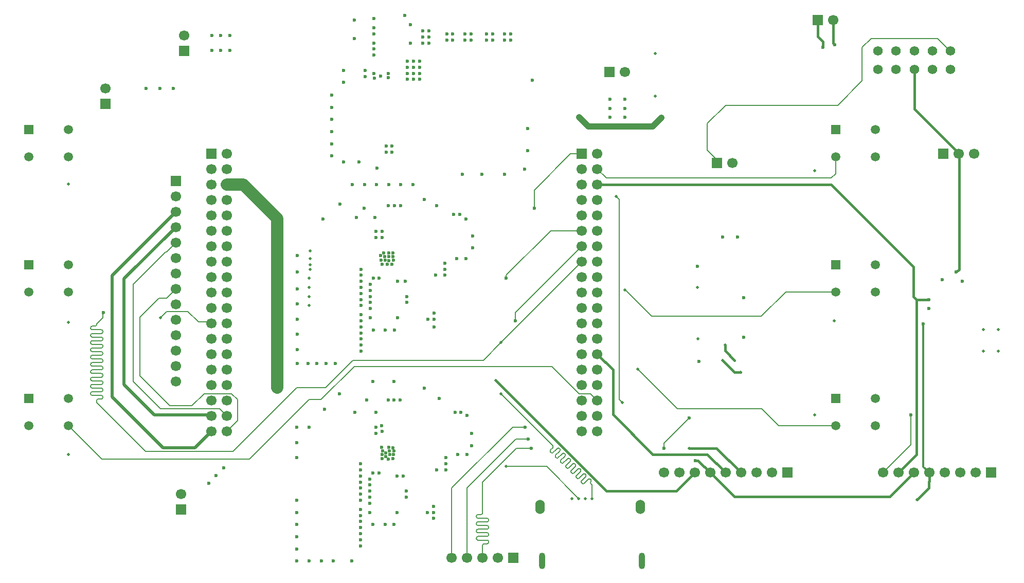
<source format=gbr>
%TF.GenerationSoftware,KiCad,Pcbnew,9.0.7*%
%TF.CreationDate,2026-02-03T01:52:57-04:00*%
%TF.ProjectId,power regulation,706f7765-7220-4726-9567-756c6174696f,1*%
%TF.SameCoordinates,Original*%
%TF.FileFunction,Copper,L4,Bot*%
%TF.FilePolarity,Positive*%
%FSLAX46Y46*%
G04 Gerber Fmt 4.6, Leading zero omitted, Abs format (unit mm)*
G04 Created by KiCad (PCBNEW 9.0.7) date 2026-02-03 01:52:57*
%MOMM*%
%LPD*%
G01*
G04 APERTURE LIST*
%TA.AperFunction,ComponentPad*%
%ADD10R,1.700000X1.700000*%
%TD*%
%TA.AperFunction,ComponentPad*%
%ADD11C,1.700000*%
%TD*%
%TA.AperFunction,ComponentPad*%
%ADD12R,1.508000X1.508000*%
%TD*%
%TA.AperFunction,ComponentPad*%
%ADD13C,1.508000*%
%TD*%
%TA.AperFunction,ComponentPad*%
%ADD14O,1.550000X2.350000*%
%TD*%
%TA.AperFunction,ComponentPad*%
%ADD15O,1.050000X2.700000*%
%TD*%
%TA.AperFunction,ComponentPad*%
%ADD16C,1.574800*%
%TD*%
%TA.AperFunction,ViaPad*%
%ADD17C,0.600000*%
%TD*%
%TA.AperFunction,ViaPad*%
%ADD18C,0.500000*%
%TD*%
%TA.AperFunction,Conductor*%
%ADD19C,2.000000*%
%TD*%
%TA.AperFunction,Conductor*%
%ADD20C,0.400000*%
%TD*%
%TA.AperFunction,Conductor*%
%ADD21C,0.200000*%
%TD*%
%TA.AperFunction,Conductor*%
%ADD22C,0.300000*%
%TD*%
%TA.AperFunction,Conductor*%
%ADD23C,1.000000*%
%TD*%
%TA.AperFunction,Conductor*%
%ADD24C,0.500000*%
%TD*%
G04 APERTURE END LIST*
D10*
%TO.P,STM_CN10,1*%
%TO.N,WAKE*%
X163862500Y-68500000D03*
D11*
%TO.P,STM_CN10,2*%
%TO.N,SD_CS*%
X166402500Y-68500000D03*
%TO.P,STM_CN10,3*%
%TO.N,N/C*%
X163862500Y-71040000D03*
%TO.P,STM_CN10,4*%
%TO.N,B4*%
X166402500Y-71040000D03*
%TO.P,STM_CN10,5*%
%TO.N,N/C*%
X163862500Y-73580000D03*
%TO.P,STM_CN10,6*%
%TO.N,RTD_CS*%
X166402500Y-73580000D03*
%TO.P,STM_CN10,7*%
%TO.N,N/C*%
X163862500Y-76120000D03*
%TO.P,STM_CN10,8*%
X166402500Y-76120000D03*
%TO.P,STM_CN10,9*%
%TO.N,GND*%
X163862500Y-78660000D03*
%TO.P,STM_CN10,10*%
%TO.N,N/C*%
X166402500Y-78660000D03*
%TO.P,STM_CN10,11*%
%TO.N,DISPL_SCK*%
X163862500Y-81200000D03*
%TO.P,STM_CN10,12*%
%TO.N,N/C*%
X166402500Y-81200000D03*
%TO.P,STM_CN10,13*%
%TO.N,TOUCH_MISO*%
X163862500Y-83740000D03*
%TO.P,STM_CN10,14*%
%TO.N,N/C*%
X166402500Y-83740000D03*
%TO.P,STM_CN10,15*%
%TO.N,DISPL_MOSI*%
X163862500Y-86280000D03*
%TO.P,STM_CN10,16*%
%TO.N,B5*%
X166402500Y-86280000D03*
%TO.P,STM_CN10,17*%
%TO.N,N/C*%
X163862500Y-88820000D03*
%TO.P,STM_CN10,18*%
X166402500Y-88820000D03*
%TO.P,STM_CN10,19*%
%TO.N,EXCIT2*%
X163862500Y-91360000D03*
%TO.P,STM_CN10,20*%
%TO.N,GND*%
X166402500Y-91360000D03*
%TO.P,STM_CN10,21*%
%TO.N,TX*%
X163862500Y-93900000D03*
%TO.P,STM_CN10,22*%
%TO.N,EXCIT1*%
X166402500Y-93900000D03*
%TO.P,STM_CN10,23*%
%TO.N,B6*%
X163862500Y-96440000D03*
%TO.P,STM_CN10,24*%
%TO.N,N/C*%
X166402500Y-96440000D03*
%TO.P,STM_CN10,25*%
X163862500Y-98980000D03*
%TO.P,STM_CN10,26*%
%TO.N,MAX_SDI*%
X166402500Y-98980000D03*
%TO.P,STM_CN10,27*%
%TO.N,N/C*%
X163862500Y-101520000D03*
%TO.P,STM_CN10,28*%
%TO.N,MAX_SDO*%
X166402500Y-101520000D03*
%TO.P,STM_CN10,29*%
%TO.N,N/C*%
X163862500Y-104060000D03*
%TO.P,STM_CN10,30*%
%TO.N,MAX_SCK*%
X166402500Y-104060000D03*
%TO.P,STM_CN10,31*%
%TO.N,N/C*%
X163862500Y-106600000D03*
%TO.P,STM_CN10,32*%
X166402500Y-106600000D03*
%TO.P,STM_CN10,33*%
%TO.N,RX*%
X163862500Y-109140000D03*
%TO.P,STM_CN10,34*%
%TO.N,B3*%
X166402500Y-109140000D03*
%TO.P,STM_CN10,35*%
%TO.N,N/C*%
X163862500Y-111680000D03*
%TO.P,STM_CN10,36*%
X166402500Y-111680000D03*
%TO.P,STM_CN10,37*%
X163862500Y-114220000D03*
%TO.P,STM_CN10,38*%
X166402500Y-114220000D03*
%TD*%
D10*
%TO.P,J1,1,Pin_1*%
%TO.N,/8V*%
X168412500Y-55000000D03*
D11*
%TO.P,J1,2,Pin_2*%
%TO.N,GND*%
X170952500Y-55000000D03*
%TD*%
D10*
%TO.P,+ Ref_Res -,1*%
%TO.N,HeaterPre*%
X202725000Y-46500000D03*
D11*
%TO.P,+ Ref_Res -,2*%
%TO.N,Heater+*%
X205265000Y-46500000D03*
%TD*%
D12*
%TO.P,PB-5,1*%
%TO.N,GND*%
X205662500Y-86750000D03*
D13*
%TO.P,PB-5,2*%
%TO.N,N/C*%
X212162500Y-86750000D03*
%TO.P,PB-5,3*%
%TO.N,B5*%
X205662500Y-91250000D03*
%TO.P,PB-5,4*%
%TO.N,N/C*%
X212162500Y-91250000D03*
%TD*%
D10*
%TO.P,RTD,1*%
%TO.N,RTD-*%
X223332500Y-68500000D03*
D11*
%TO.P,RTD,2*%
%TO.N,RTDSens*%
X225872500Y-68500000D03*
%TO.P,RTD,3*%
%TO.N,RTD+*%
X228412500Y-68500000D03*
%TD*%
D12*
%TO.P,PB-4,1*%
%TO.N,GND*%
X205662500Y-64500000D03*
D13*
%TO.P,PB-4,2*%
%TO.N,N/C*%
X212162500Y-64500000D03*
%TO.P,PB-4,3*%
%TO.N,B4*%
X205662500Y-69000000D03*
%TO.P,PB-4,4*%
%TO.N,N/C*%
X212162500Y-69000000D03*
%TD*%
D10*
%TO.P,MAX31856,1*%
%TO.N,/3.3V*%
X197660000Y-121000000D03*
D11*
%TO.P,MAX31856,2*%
%TO.N,N/C*%
X195120000Y-121000000D03*
%TO.P,MAX31856,3*%
%TO.N,GND*%
X192580000Y-121000000D03*
%TO.P,MAX31856,4*%
%TO.N,MAX_SCK*%
X190040000Y-121000000D03*
%TO.P,MAX31856,5*%
%TO.N,MAX_SDO*%
X187500000Y-121000000D03*
%TO.P,MAX31856,6*%
%TO.N,MAX_SDI*%
X184960000Y-121000000D03*
%TO.P,MAX31856,7*%
%TO.N,Therm_CS*%
X182420000Y-121000000D03*
%TO.P,MAX31856,8*%
%TO.N,N/C*%
X179880000Y-121000000D03*
%TO.P,MAX31856,9*%
%TO.N,thermDRDY*%
X177340000Y-121000000D03*
%TD*%
D12*
%TO.P,PB-6,1*%
%TO.N,GND*%
X205662500Y-108750000D03*
D13*
%TO.P,PB-6,2*%
%TO.N,N/C*%
X212162500Y-108750000D03*
%TO.P,PB-6,3*%
%TO.N,B6*%
X205662500Y-113250000D03*
%TO.P,PB-6,4*%
%TO.N,N/C*%
X212162500Y-113250000D03*
%TD*%
D14*
%TO.P,SD_Reader,G1*%
%TO.N,GND*%
X157000000Y-126650000D03*
%TO.P,SD_Reader,G2*%
X173450000Y-126650000D03*
D15*
%TO.P,SD_Reader,G3*%
X157300000Y-135550000D03*
%TO.P,SD_Reader,G4*%
X173700000Y-135550000D03*
%TD*%
D12*
%TO.P,PB-3,1*%
%TO.N,N/C*%
X72837500Y-108750000D03*
D13*
%TO.P,PB-3,2*%
%TO.N,GND*%
X79337500Y-108750000D03*
%TO.P,PB-3,3*%
%TO.N,N/C*%
X72837500Y-113250000D03*
%TO.P,PB-3,4*%
%TO.N,B3*%
X79337500Y-113250000D03*
%TD*%
D10*
%TO.P,J3,1,Pin_1*%
%TO.N,/3.3V*%
X85385000Y-60275000D03*
D11*
%TO.P,J3,2,Pin_2*%
%TO.N,GND*%
X85385000Y-57735000D03*
%TD*%
D10*
%TO.P,TFT_DISPLAY_Pinout,1*%
%TO.N,/3.3V*%
X97000000Y-72960000D03*
D11*
%TO.P,TFT_DISPLAY_Pinout,2*%
%TO.N,GND*%
X97000000Y-75500000D03*
%TO.P,TFT_DISPLAY_Pinout,3*%
%TO.N,DISPL_CS*%
X97000000Y-78040000D03*
%TO.P,TFT_DISPLAY_Pinout,4*%
%TO.N,DISPL_RST*%
X97000000Y-80580000D03*
%TO.P,TFT_DISPLAY_Pinout,5*%
%TO.N,DISPL_DC*%
X97000000Y-83120000D03*
%TO.P,TFT_DISPLAY_Pinout,6*%
%TO.N,DISPL_MOSI*%
X97000000Y-85660000D03*
%TO.P,TFT_DISPLAY_Pinout,7*%
%TO.N,DISPL_SCK*%
X97000000Y-88200000D03*
%TO.P,TFT_DISPLAY_Pinout,8*%
%TO.N,DISPL_LED*%
X97000000Y-90740000D03*
%TO.P,TFT_DISPLAY_Pinout,9*%
%TO.N,N/C*%
X97000000Y-93280000D03*
%TO.P,TFT_DISPLAY_Pinout,10*%
%TO.N,DISPL_SCK*%
X97000000Y-95820000D03*
%TO.P,TFT_DISPLAY_Pinout,11*%
%TO.N,N/C*%
X97000000Y-98360000D03*
%TO.P,TFT_DISPLAY_Pinout,12*%
X97000000Y-100900000D03*
%TO.P,TFT_DISPLAY_Pinout,13*%
%TO.N,TOUCH_MISO*%
X97000000Y-103440000D03*
%TO.P,TFT_DISPLAY_Pinout,14*%
%TO.N,N/C*%
X97000000Y-105980000D03*
%TD*%
D10*
%TO.P,MAX31865,1*%
%TO.N,/3.3V*%
X231200000Y-121000000D03*
D11*
%TO.P,MAX31865,2*%
%TO.N,GND*%
X228660000Y-121000000D03*
%TO.P,MAX31865,3*%
%TO.N,N/C*%
X226120000Y-121000000D03*
%TO.P,MAX31865,4*%
%TO.N,MAX_SCK*%
X223580000Y-121000000D03*
%TO.P,MAX31865,5*%
%TO.N,MAX_SDO*%
X221040000Y-121000000D03*
%TO.P,MAX31865,6*%
%TO.N,MAX_SDI*%
X218500000Y-121000000D03*
%TO.P,MAX31865,7*%
%TO.N,RTD_CS*%
X215960000Y-121000000D03*
%TO.P,MAX31865,8*%
%TO.N,RTDDRDY*%
X213420000Y-121000000D03*
%TD*%
D10*
%TO.P,J2,1,Pin_1*%
%TO.N,/5V*%
X97912500Y-127040000D03*
D11*
%TO.P,J2,2,Pin_2*%
%TO.N,GND*%
X97912500Y-124500000D03*
%TD*%
D12*
%TO.P,PB-1,1*%
%TO.N,N/C*%
X72837500Y-64500000D03*
D13*
%TO.P,PB-1,2*%
%TO.N,GND*%
X79337500Y-64500000D03*
%TO.P,PB-1,3*%
%TO.N,N/C*%
X72837500Y-69000000D03*
%TO.P,PB-1,4*%
%TO.N,B1*%
X79337500Y-69000000D03*
%TD*%
D16*
%TO.P,Connector,1*%
%TO.N,Heater+*%
X212572902Y-51564301D03*
%TO.P,Connector,2*%
%TO.N,GND*%
X215572901Y-51564301D03*
%TO.P,Connector,3*%
%TO.N,Thermocouple-*%
X218572900Y-51564301D03*
%TO.P,Connector,4*%
%TO.N,N/C*%
X221572899Y-51564301D03*
%TO.P,Connector,5*%
%TO.N,Thermocouple+*%
X224572898Y-51564301D03*
%TO.P,Connector,6*%
%TO.N,RTD-*%
X212572902Y-54564300D03*
%TO.P,Connector,7*%
%TO.N,RTD+*%
X215572901Y-54564300D03*
%TO.P,Connector,8*%
%TO.N,RTDSens*%
X218572900Y-54564300D03*
%TO.P,Connector,9*%
%TO.N,GND*%
X221572899Y-54564300D03*
%TO.P,Connector,10*%
%TO.N,N/C*%
X224572898Y-54564300D03*
%TD*%
D10*
%TO.P,GPS_Pinout,1*%
%TO.N,/3.3V*%
X152580000Y-135000000D03*
D11*
%TO.P,GPS_Pinout,2*%
%TO.N,GND*%
X150040000Y-135000000D03*
%TO.P,GPS_Pinout,3*%
%TO.N,RX*%
X147500000Y-135000000D03*
%TO.P,GPS_Pinout,4*%
%TO.N,TX*%
X144960000Y-135000000D03*
%TO.P,GPS_Pinout,5*%
%TO.N,WAKE*%
X142420000Y-135000000D03*
%TD*%
D10*
%TO.P,Thermocouple,1*%
%TO.N,Thermocouple+*%
X186087500Y-70000000D03*
D11*
%TO.P,Thermocouple,2*%
%TO.N,Thermocouple-*%
X188627500Y-70000000D03*
%TD*%
D12*
%TO.P,PB-2,1*%
%TO.N,N/C*%
X72837500Y-86750000D03*
D13*
%TO.P,PB-2,2*%
%TO.N,GND*%
X79337500Y-86750000D03*
%TO.P,PB-2,3*%
%TO.N,N/C*%
X72837500Y-91250000D03*
%TO.P,PB-2,4*%
%TO.N,B2*%
X79337500Y-91250000D03*
%TD*%
D10*
%TO.P,J1,1,Pin_1*%
%TO.N,/Pin*%
X98412500Y-51540000D03*
D11*
%TO.P,J1,2,Pin_2*%
%TO.N,GND*%
X98412500Y-49000000D03*
%TD*%
D10*
%TO.P,STM_CN7,1*%
%TO.N,N/C*%
X102862500Y-68500000D03*
D11*
%TO.P,STM_CN7,2*%
X105402500Y-68500000D03*
%TO.P,STM_CN7,3*%
X102862500Y-71040000D03*
%TO.P,STM_CN7,4*%
%TO.N,B1*%
X105402500Y-71040000D03*
%TO.P,STM_CN7,5*%
%TO.N,N/C*%
X102862500Y-73580000D03*
%TO.P,STM_CN7,6*%
%TO.N,/5V*%
X105402500Y-73580000D03*
%TO.P,STM_CN7,7*%
%TO.N,N/C*%
X102862500Y-76120000D03*
%TO.P,STM_CN7,8*%
X105402500Y-76120000D03*
%TO.P,STM_CN7,9*%
X102862500Y-78660000D03*
%TO.P,STM_CN7,10*%
X105402500Y-78660000D03*
%TO.P,STM_CN7,11*%
X102862500Y-81200000D03*
%TO.P,STM_CN7,12*%
X105402500Y-81200000D03*
%TO.P,STM_CN7,13*%
X102862500Y-83740000D03*
%TO.P,STM_CN7,14*%
X105402500Y-83740000D03*
%TO.P,STM_CN7,15*%
X102862500Y-86280000D03*
%TO.P,STM_CN7,16*%
X105402500Y-86280000D03*
%TO.P,STM_CN7,17*%
X102862500Y-88820000D03*
%TO.P,STM_CN7,18*%
X105402500Y-88820000D03*
%TO.P,STM_CN7,19*%
X102862500Y-91360000D03*
%TO.P,STM_CN7,20*%
X105402500Y-91360000D03*
%TO.P,STM_CN7,21*%
X102862500Y-93900000D03*
%TO.P,STM_CN7,22*%
%TO.N,GND*%
X105402500Y-93900000D03*
%TO.P,STM_CN7,23*%
%TO.N,B2*%
X102862500Y-96440000D03*
%TO.P,STM_CN7,24*%
%TO.N,N/C*%
X105402500Y-96440000D03*
%TO.P,STM_CN7,25*%
X102862500Y-98980000D03*
%TO.P,STM_CN7,26*%
X105402500Y-98980000D03*
%TO.P,STM_CN7,27*%
X102862500Y-101520000D03*
%TO.P,STM_CN7,28*%
X105402500Y-101520000D03*
%TO.P,STM_CN7,29*%
X102862500Y-104060000D03*
%TO.P,STM_CN7,30*%
X105402500Y-104060000D03*
%TO.P,STM_CN7,31*%
X102862500Y-106600000D03*
%TO.P,STM_CN7,32*%
%TO.N,Therm_CS*%
X105402500Y-106600000D03*
%TO.P,STM_CN7,33*%
%TO.N,N/C*%
X102862500Y-109140000D03*
%TO.P,STM_CN7,34*%
X105402500Y-109140000D03*
%TO.P,STM_CN7,35*%
%TO.N,DISPL_RST*%
X102862500Y-111680000D03*
%TO.P,STM_CN7,36*%
%TO.N,DISPL_DC*%
X105402500Y-111680000D03*
%TO.P,STM_CN7,37*%
%TO.N,DISPL_CS*%
X102862500Y-114220000D03*
%TO.P,STM_CN7,38*%
%TO.N,DISPL_LED*%
X105402500Y-114220000D03*
%TD*%
D17*
%TO.N,GND*%
X120959500Y-135557500D03*
X123959500Y-108057500D03*
X132061226Y-85459968D03*
X127500000Y-97000000D03*
X126412500Y-49500000D03*
X132167190Y-117446624D03*
X127500000Y-88500000D03*
X132000000Y-77000000D03*
X129662500Y-55250000D03*
X155662500Y-56355000D03*
X137162500Y-56250000D03*
X102912500Y-49000000D03*
X141615500Y-49750000D03*
X117000000Y-100750000D03*
X130747633Y-85246027D03*
X148162500Y-48750000D03*
X139500000Y-97000000D03*
X149162500Y-48750000D03*
X126412500Y-46500000D03*
X132957606Y-117442802D03*
X116959500Y-129557500D03*
X104912500Y-120250000D03*
X128063000Y-73605000D03*
X145912500Y-84000000D03*
X132615500Y-67250000D03*
X127459500Y-123557500D03*
X223200000Y-89227050D03*
X187012500Y-82230000D03*
X116959500Y-125557500D03*
X127500000Y-98000000D03*
X130162500Y-70855000D03*
X126750000Y-79000000D03*
X133000000Y-77000000D03*
X96635000Y-57735000D03*
X139797000Y-88500000D03*
X148162500Y-49750000D03*
X145709500Y-116562500D03*
X127459500Y-129057500D03*
X135162500Y-55250000D03*
X135000000Y-93000000D03*
X154912500Y-68000000D03*
X127459500Y-122557500D03*
X142750000Y-78500000D03*
X130952355Y-86704946D03*
X127459500Y-120557500D03*
X189512500Y-82230000D03*
X134959500Y-125057500D03*
X130918209Y-116840815D03*
X136162500Y-54250000D03*
X137912500Y-76000000D03*
X127500000Y-92500000D03*
X139959500Y-120557500D03*
X129736680Y-56005963D03*
X127459500Y-132057500D03*
X116959500Y-118557500D03*
X138662500Y-49250000D03*
X145615500Y-48750000D03*
X144959500Y-111557500D03*
X124000000Y-76750000D03*
X131500000Y-86000000D03*
X131038303Y-117451962D03*
X143750000Y-78500000D03*
X136162500Y-55250000D03*
X92135000Y-57735000D03*
X117000000Y-98250000D03*
X226500000Y-89500000D03*
X130709499Y-55697800D03*
X138662500Y-48250000D03*
X132062500Y-84815462D03*
X132217897Y-118028415D03*
X118959500Y-135557500D03*
X134000000Y-77000000D03*
X135662500Y-50250000D03*
X170952500Y-62500000D03*
X129959500Y-111057500D03*
X143959500Y-111057500D03*
X116959500Y-127557500D03*
X132747517Y-85419134D03*
X133500000Y-95500000D03*
X137662500Y-49250000D03*
X136063000Y-73605000D03*
X127459500Y-121557500D03*
X127500000Y-90500000D03*
X144162500Y-71855000D03*
X116959500Y-135557500D03*
X132959500Y-109057500D03*
D18*
X175912500Y-59000000D03*
D17*
X136162500Y-53250000D03*
X127459500Y-128057500D03*
X151162500Y-48750000D03*
X134063000Y-73605000D03*
X142959500Y-111057500D03*
X138500000Y-95750000D03*
X127500000Y-95000000D03*
X151162500Y-49750000D03*
X147412500Y-71855000D03*
X133459500Y-127557500D03*
X144750000Y-85750000D03*
X131500000Y-97500000D03*
X128162500Y-55750000D03*
X152162500Y-48750000D03*
X132823706Y-118039090D03*
X141615500Y-48750000D03*
X132912500Y-106000000D03*
X221000000Y-94000000D03*
X132081242Y-86064443D03*
X103662500Y-121500000D03*
X132012000Y-56000000D03*
X131615500Y-67250000D03*
X133459500Y-121557500D03*
X116959500Y-116057500D03*
X122662500Y-58855000D03*
X118959500Y-113557500D03*
X132797800Y-86027145D03*
X137162500Y-53250000D03*
X135162500Y-53250000D03*
X143459500Y-118057500D03*
X127162500Y-69855000D03*
X137662500Y-50250000D03*
X127459500Y-127057500D03*
X124662500Y-56750000D03*
X131951020Y-118778337D03*
X131849059Y-86660912D03*
X127459500Y-119557500D03*
X190512500Y-98730000D03*
X129459500Y-129557500D03*
X132794350Y-118719624D03*
X132012000Y-55250000D03*
X123250000Y-103000000D03*
X141459500Y-120557500D03*
X144750000Y-79250000D03*
X105912500Y-49000000D03*
X139912500Y-77000000D03*
X117000000Y-93250000D03*
X170952500Y-59500000D03*
X131598744Y-117766876D03*
X145912500Y-82000000D03*
X131615500Y-68250000D03*
X127500000Y-89500000D03*
X134459500Y-121557500D03*
X117000000Y-85250000D03*
X130959500Y-118057500D03*
X144615500Y-49750000D03*
X130820251Y-86020408D03*
X130063000Y-73605000D03*
X141297000Y-88500000D03*
X133500000Y-89500000D03*
X132079121Y-116870171D03*
X132063000Y-73605000D03*
X136162500Y-56250000D03*
X121459500Y-110557500D03*
X127459500Y-124557500D03*
X122662500Y-60855000D03*
X127500000Y-101000000D03*
X128162500Y-54750000D03*
X132727631Y-116918209D03*
X127459500Y-125557500D03*
X139500000Y-95750000D03*
X128000000Y-77500000D03*
X140412500Y-108750000D03*
X127500000Y-100000000D03*
X134662500Y-45750000D03*
X124662500Y-54750000D03*
X117000000Y-103000000D03*
X145709500Y-114562500D03*
X144615500Y-48750000D03*
X122959500Y-135557500D03*
X131459500Y-129557500D03*
X133959500Y-109057500D03*
X122662500Y-62855000D03*
X134750000Y-89500000D03*
X94385000Y-57735000D03*
X132615500Y-68250000D03*
X144959500Y-118057500D03*
X137959500Y-107057500D03*
X143250000Y-85750000D03*
X126063000Y-73605000D03*
X128459500Y-109057500D03*
X125959500Y-135557500D03*
X117000000Y-88000000D03*
X118750000Y-103000000D03*
X142615500Y-49750000D03*
X170952500Y-61000000D03*
X137662500Y-48250000D03*
X127500000Y-87500000D03*
X152162500Y-49750000D03*
X127500000Y-99000000D03*
X133000000Y-97500000D03*
X132959500Y-129557500D03*
X141297000Y-87500000D03*
X117000000Y-95750000D03*
X116959500Y-113557500D03*
X138459500Y-127557500D03*
D18*
X232412500Y-101000000D03*
D17*
X154412500Y-71000000D03*
X135162500Y-56250000D03*
X117000000Y-90750000D03*
X131404710Y-85423940D03*
X116959500Y-131557500D03*
X135162500Y-54250000D03*
X138662500Y-50250000D03*
X129750000Y-79000000D03*
X134959500Y-124057500D03*
X139500000Y-94750000D03*
X126459500Y-111057500D03*
X102412500Y-122750000D03*
X132586825Y-86694597D03*
X121750000Y-103000000D03*
X131239221Y-84842142D03*
X137162500Y-54250000D03*
X116959500Y-133557500D03*
X137162500Y-55250000D03*
X141459500Y-118557500D03*
X127500000Y-91500000D03*
X127459500Y-131057500D03*
X142615500Y-48750000D03*
D18*
X162250000Y-125300000D03*
D17*
X139459500Y-127557500D03*
X122662500Y-66855000D03*
X141459500Y-119557500D03*
X131959500Y-109057500D03*
X130990266Y-118714287D03*
X127500000Y-96000000D03*
X135662500Y-47250000D03*
X141297000Y-86500000D03*
D18*
X175912500Y-52000000D03*
D17*
X154912500Y-64355000D03*
X121250000Y-79250000D03*
D18*
X229912500Y-101000000D03*
D17*
X145615500Y-49750000D03*
X127500000Y-93500000D03*
X127459500Y-133057500D03*
X149162500Y-49750000D03*
X104412500Y-49000000D03*
X127459500Y-130057500D03*
X129500000Y-97500000D03*
X122662500Y-64855000D03*
X182912500Y-87000000D03*
X124662500Y-69855000D03*
X132773786Y-84815462D03*
X131556044Y-118327316D03*
X122662500Y-68855000D03*
X139459500Y-126557500D03*
X135000000Y-92000000D03*
X139459500Y-128557500D03*
X183100000Y-102730000D03*
X120250000Y-103000000D03*
X129412500Y-106000000D03*
X190512500Y-92230000D03*
X151162500Y-71855000D03*
%TO.N,RTDSens*%
X225500000Y-88000000D03*
%TO.N,Heater+*%
X205500000Y-50500000D03*
D18*
%TO.N,MAX_SCK*%
X190000000Y-104500000D03*
X187000000Y-102500000D03*
X181500000Y-117000000D03*
%TO.N,MAX_SDO*%
X219000000Y-125500000D03*
X189000000Y-102500000D03*
D17*
X220051000Y-96500000D03*
D18*
X187412500Y-100000000D03*
D17*
%TO.N,MAX_SDI*%
X182500000Y-119000000D03*
D18*
%TO.N,MOSFETGait1*%
X176912500Y-62566800D03*
X163412500Y-62500000D03*
%TO.N,Therm_CS*%
X149706250Y-105793750D03*
D17*
%TO.N,RTD_CS*%
X221000000Y-92500000D03*
%TO.N,/Pin*%
X129959500Y-114557500D03*
X102912500Y-51500000D03*
X128959500Y-126057500D03*
X129662500Y-47750000D03*
X129000000Y-91000000D03*
X128959500Y-127557500D03*
X131000000Y-81250000D03*
X128959500Y-124057500D03*
X104412500Y-51500000D03*
X130912500Y-113250000D03*
X105872500Y-51500000D03*
X129662500Y-48750000D03*
X129662500Y-52250000D03*
X131000000Y-82250000D03*
X130959500Y-114250000D03*
X130000000Y-81250000D03*
X129000000Y-95500000D03*
X130000000Y-82250000D03*
X130459500Y-121057500D03*
X129500000Y-89000000D03*
X129662500Y-46250000D03*
X129000000Y-90000000D03*
X129959500Y-113557500D03*
X129662500Y-51250000D03*
X129459500Y-121057500D03*
X128959500Y-123057500D03*
X129000000Y-92000000D03*
X129662500Y-50250000D03*
X128959500Y-125057500D03*
X128959500Y-122057500D03*
X129000000Y-93000000D03*
X130500000Y-89000000D03*
X129000000Y-94000000D03*
D18*
%TO.N,/5V*%
X113662500Y-106250000D03*
X113662500Y-105500000D03*
X113662500Y-107000000D03*
%TO.N,/3.3V*%
X79337500Y-73500000D03*
X164450000Y-125300000D03*
X119162500Y-85750000D03*
X232412500Y-97462500D03*
X118912500Y-89000000D03*
X202162500Y-111500000D03*
X119162500Y-87500000D03*
X119162500Y-86750000D03*
X118912500Y-93500000D03*
X79337500Y-118000000D03*
X79337500Y-96250000D03*
X205412500Y-96000000D03*
X118912500Y-92000000D03*
X229912500Y-97462500D03*
X119162500Y-84500000D03*
X202162500Y-71250000D03*
X183000000Y-98962500D03*
X182912500Y-90537500D03*
X118912500Y-90500000D03*
D17*
%TO.N,/8V*%
X168452500Y-62460000D03*
X168452500Y-61000000D03*
X168452500Y-59500000D03*
D18*
%TO.N,DISPL_MOSI*%
X165550000Y-125300000D03*
D17*
X85125000Y-94625000D03*
D18*
X150571250Y-99571250D03*
X150500000Y-108000000D03*
%TO.N,DISPL_SCK*%
X163350000Y-125300000D03*
X151412500Y-120000000D03*
D17*
X151412500Y-89000000D03*
%TO.N,TOUCH_MISO*%
X152912500Y-96000000D03*
%TO.N,WAKE*%
X154512500Y-113500000D03*
X156000000Y-77500000D03*
D18*
%TO.N,B5*%
X170962500Y-90938750D03*
%TO.N,B6*%
X173025130Y-103974870D03*
D17*
%TO.N,RX*%
X155500000Y-117000000D03*
D18*
%TO.N,B2*%
X94500000Y-95500000D03*
D17*
%TO.N,TX*%
X155000000Y-115500000D03*
D18*
%TO.N,SD_CS*%
X170500000Y-109500000D03*
X169500000Y-75500000D03*
D17*
%TO.N,HeaterPre*%
X203500000Y-51000000D03*
%TO.N,thermDRDY*%
X177340000Y-117000000D03*
X181500000Y-112000000D03*
%TO.N,RTDDRDY*%
X218000000Y-111500000D03*
%TD*%
D19*
%TO.N,/5V*%
X108080000Y-73580000D02*
X105402500Y-73580000D01*
X113662500Y-79162500D02*
X108080000Y-73580000D01*
X113662500Y-105500000D02*
X113662500Y-79162500D01*
D20*
%TO.N,MAX_SCK*%
X189000000Y-104500000D02*
X187000000Y-102500000D01*
X190000000Y-104500000D02*
X189000000Y-104500000D01*
D21*
%TO.N,DISPL_MOSI*%
X147642500Y-102500000D02*
X150571250Y-99571250D01*
X126128950Y-102500000D02*
X147642500Y-102500000D01*
X121628950Y-107000000D02*
X126128950Y-102500000D01*
X116912500Y-107000000D02*
X121628950Y-107000000D01*
X92000000Y-117500000D02*
X106412500Y-117500000D01*
X84000000Y-109500000D02*
X92000000Y-117500000D01*
X106412500Y-117500000D02*
X116912500Y-107000000D01*
%TO.N,B3*%
X165251500Y-107989000D02*
X166402500Y-109140000D01*
X126412500Y-103500000D02*
X158912500Y-103500000D01*
X120912500Y-109000000D02*
X126412500Y-103500000D01*
X158912500Y-103500000D02*
X163401500Y-107989000D01*
X163401500Y-107989000D02*
X165251500Y-107989000D01*
X84837500Y-118750000D02*
X109162500Y-118750000D01*
X118912500Y-109000000D02*
X120912500Y-109000000D01*
X79337500Y-113250000D02*
X84837500Y-118750000D01*
X109162500Y-118750000D02*
X118912500Y-109000000D01*
D20*
%TO.N,Therm_CS*%
X149706250Y-105793750D02*
X167912500Y-124000000D01*
X167912500Y-124000000D02*
X179420000Y-124000000D01*
X179420000Y-124000000D02*
X182420000Y-121000000D01*
D21*
%TO.N,DISPL_MOSI*%
X84000000Y-96500000D02*
X84000000Y-96643531D01*
X85000000Y-94750000D02*
X85000000Y-95500000D01*
X85000000Y-95500000D02*
X84000000Y-96500000D01*
X85125000Y-94625000D02*
X85000000Y-94750000D01*
D22*
%TO.N,MAX_SDO*%
X220051000Y-120011000D02*
X221040000Y-121000000D01*
X220051000Y-96500000D02*
X220051000Y-120011000D01*
D21*
%TO.N,B2*%
X100709000Y-96209000D02*
X102631500Y-96209000D01*
X99000000Y-94500000D02*
X100709000Y-96209000D01*
X94500000Y-95500000D02*
X95500000Y-94500000D01*
X95500000Y-94500000D02*
X99000000Y-94500000D01*
%TO.N,RX*%
X153066634Y-117000000D02*
X147500000Y-122566634D01*
X155500000Y-117000000D02*
X153066634Y-117000000D01*
X147500000Y-122566634D02*
X147500000Y-127000000D01*
%TO.N,TX*%
X144960000Y-123540000D02*
X144960000Y-135000000D01*
X153000000Y-115500000D02*
X144960000Y-123540000D01*
X155000000Y-115500000D02*
X153000000Y-115500000D01*
D20*
%TO.N,RTDSens*%
X225500000Y-88000000D02*
X226000000Y-87500000D01*
X225682500Y-68270000D02*
X218572900Y-61160400D01*
X218572900Y-61160400D02*
X218572900Y-54564300D01*
X225682500Y-68310000D02*
X225682500Y-68270000D01*
X226000000Y-68627500D02*
X225682500Y-68310000D01*
X226000000Y-87500000D02*
X226000000Y-68627500D01*
%TO.N,Heater+*%
X205500000Y-50500000D02*
X205265000Y-50265000D01*
X205265000Y-50265000D02*
X205265000Y-46500000D01*
D21*
%TO.N,Thermocouple+*%
X213761265Y-49500000D02*
X211500000Y-49500000D01*
X211500000Y-49500000D02*
X210000000Y-51000000D01*
X213780564Y-49519299D02*
X213761265Y-49500000D01*
X224476801Y-51564301D02*
X222431799Y-49519299D01*
X186087500Y-69500000D02*
X186087500Y-70000000D01*
X221480564Y-49519299D02*
X221461265Y-49500000D01*
X184500000Y-67912500D02*
X186087500Y-69500000D01*
X221461265Y-49500000D02*
X215684535Y-49500000D01*
X222431799Y-49519299D02*
X221480564Y-49519299D01*
X210000000Y-56500000D02*
X206000000Y-60500000D01*
X224572898Y-51564301D02*
X224476801Y-51564301D01*
X215665236Y-49519299D02*
X213780564Y-49519299D01*
X210000000Y-51000000D02*
X210000000Y-56500000D01*
X184500000Y-63500000D02*
X184500000Y-67912500D01*
X215684535Y-49500000D02*
X215665236Y-49519299D01*
X187500000Y-60500000D02*
X184500000Y-63500000D01*
X206000000Y-60500000D02*
X187500000Y-60500000D01*
D20*
%TO.N,MAX_SCK*%
X181500000Y-117000000D02*
X186040000Y-117000000D01*
X186040000Y-117000000D02*
X190040000Y-121000000D01*
%TO.N,MAX_SDO*%
X175500000Y-118000000D02*
X184500000Y-118000000D01*
X168949000Y-104066500D02*
X168949000Y-111449000D01*
X187412500Y-100912500D02*
X189000000Y-102500000D01*
X166402500Y-101520000D02*
X168949000Y-104066500D01*
X184500000Y-118000000D02*
X187500000Y-121000000D01*
X221000000Y-122500000D02*
X221040000Y-122460000D01*
X168949000Y-111449000D02*
X175500000Y-118000000D01*
X221000000Y-123500000D02*
X221000000Y-122500000D01*
X219000000Y-125500000D02*
X221000000Y-123500000D01*
X221040000Y-122460000D02*
X221040000Y-121000000D01*
X187412500Y-100000000D02*
X187412500Y-100912500D01*
%TO.N,MAX_SDI*%
X182500000Y-119000000D02*
X182540000Y-119040000D01*
X184960000Y-121000000D02*
X188960000Y-125000000D01*
X188960000Y-125000000D02*
X214500000Y-125000000D01*
X183000000Y-119040000D02*
X184960000Y-121000000D01*
X214500000Y-125000000D02*
X218500000Y-121000000D01*
X182540000Y-119040000D02*
X183000000Y-119040000D01*
D23*
%TO.N,MOSFETGait1*%
X164912500Y-64000000D02*
X163412500Y-62500000D01*
X176912500Y-62566800D02*
X175479300Y-64000000D01*
X175479300Y-64000000D02*
X164912500Y-64000000D01*
D20*
%TO.N,RTD_CS*%
X218912500Y-92500000D02*
X218912500Y-118047500D01*
X218412500Y-92000000D02*
X218912500Y-92500000D01*
X218412500Y-92000000D02*
X218412500Y-87079346D01*
X218912500Y-118047500D02*
X215960000Y-121000000D01*
X204913154Y-73580000D02*
X166402500Y-73580000D01*
X218412500Y-87079346D02*
X204913154Y-73580000D01*
X218912500Y-92500000D02*
X221000000Y-92500000D01*
D19*
%TO.N,/5V*%
X113662500Y-106250000D02*
X113662500Y-105500000D01*
X113662500Y-107000000D02*
X113662500Y-106250000D01*
D24*
%TO.N,DISPL_CS*%
X94949000Y-116949000D02*
X100133500Y-116949000D01*
X86500000Y-108500000D02*
X94949000Y-116949000D01*
X86500000Y-88540000D02*
X86500000Y-108500000D01*
X100133500Y-116949000D02*
X102862500Y-114220000D01*
X97000000Y-78040000D02*
X86500000Y-88540000D01*
D21*
%TO.N,DISPL_DC*%
X95340000Y-84660000D02*
X90000000Y-90000000D01*
X90000000Y-90000000D02*
X90000000Y-106000000D01*
X90000000Y-106000000D02*
X94500000Y-110500000D01*
X94500000Y-110500000D02*
X104222500Y-110500000D01*
X97000000Y-83120000D02*
X95460000Y-84660000D01*
X95460000Y-84660000D02*
X95340000Y-84660000D01*
X104222500Y-110500000D02*
X105402500Y-111680000D01*
%TO.N,DISPL_MOSI*%
X164062170Y-121243971D02*
X163903070Y-121403070D01*
X84760000Y-106483531D02*
X84000000Y-106483531D01*
X162630271Y-120130270D02*
X162630270Y-120130270D01*
X158783592Y-117697806D02*
X158698739Y-117612953D01*
X84760000Y-100483531D02*
X84000000Y-100483531D01*
X159547272Y-118122074D02*
X160084672Y-117584671D01*
X84000000Y-105283531D02*
X83240000Y-105283531D01*
X164327336Y-121827336D02*
X164486435Y-121668236D01*
X162941404Y-121516206D02*
X163478804Y-120978803D01*
X85000000Y-107323531D02*
X85000000Y-107443531D01*
X160084671Y-117584671D02*
X160243770Y-117425571D01*
X162630270Y-120130270D02*
X162789369Y-119971170D01*
X158698739Y-117273541D02*
X159066433Y-116905844D01*
X84000000Y-108283531D02*
X84240000Y-108283531D01*
X160668038Y-117849839D02*
X160508938Y-118008938D01*
X163637902Y-120501505D02*
X163531835Y-120395438D01*
X85000000Y-108523531D02*
X85000000Y-108643531D01*
X85000000Y-102523531D02*
X85000000Y-102643531D01*
X160084672Y-117584671D02*
X160084671Y-117584671D01*
X83240000Y-107083531D02*
X84000000Y-107083531D01*
X161781737Y-119281737D02*
X161940836Y-119122637D01*
X84760000Y-99283531D02*
X84000000Y-99283531D01*
X83240000Y-98683531D02*
X84000000Y-98683531D01*
X84000000Y-99283531D02*
X83240000Y-99283531D01*
X83000000Y-97123531D02*
X83000000Y-97243531D01*
X84760000Y-98083531D02*
X84000000Y-98083531D01*
X83000000Y-107923531D02*
X83000000Y-108043531D01*
X160243770Y-117107373D02*
X160137703Y-117001306D01*
X162365104Y-119546905D02*
X162206004Y-119706004D01*
X163478804Y-120978803D02*
X163478803Y-120978803D01*
X164751603Y-122251603D02*
X164214200Y-122789003D01*
X159632125Y-118546339D02*
X159547272Y-118461486D01*
X162789369Y-119652972D02*
X162683302Y-119546905D01*
X161092303Y-117955906D02*
X160986236Y-117849839D01*
X83240000Y-99883531D02*
X84000000Y-99883531D01*
X83000000Y-106723531D02*
X83000000Y-106843531D01*
X164751604Y-122251603D02*
X164751603Y-122251603D01*
X161940836Y-118804439D02*
X161834769Y-118698372D01*
X83240000Y-103483531D02*
X84000000Y-103483531D01*
X161357471Y-118857471D02*
X160820068Y-119394871D01*
X85000000Y-104923531D02*
X85000000Y-105043531D01*
X163789937Y-122364739D02*
X164327337Y-121827336D01*
X160933204Y-118433204D02*
X161092303Y-118274104D01*
X84000000Y-102283531D02*
X84760000Y-102283531D01*
X158981582Y-116481582D02*
X158642336Y-116142336D01*
X84000000Y-99883531D02*
X84760000Y-99883531D01*
X84000000Y-109123531D02*
X84000000Y-109243531D01*
X85000000Y-103723531D02*
X85000000Y-103843531D01*
X84000000Y-107683531D02*
X83240000Y-107683531D01*
X84240000Y-108283531D02*
X84760000Y-108283531D01*
X163054537Y-120554537D02*
X162517134Y-121091937D01*
X162177724Y-121091938D02*
X162092871Y-121007085D01*
X84000000Y-98083531D02*
X83240000Y-98083531D01*
X85000000Y-97723531D02*
X85000000Y-97843531D01*
X83240000Y-104683531D02*
X84000000Y-104683531D01*
X84000000Y-107083531D02*
X84760000Y-107083531D01*
X85000000Y-98923531D02*
X85000000Y-99043531D01*
X165550000Y-125300000D02*
X165550000Y-123050000D01*
X160933205Y-118433204D02*
X160933204Y-118433204D01*
X83000000Y-99523531D02*
X83000000Y-99643531D01*
X84760000Y-101683531D02*
X84000000Y-101683531D01*
X83000000Y-98323531D02*
X83000000Y-98443531D01*
X160508938Y-118008938D02*
X159971535Y-118546338D01*
X83000000Y-101923531D02*
X83000000Y-102043531D01*
X84000000Y-106483531D02*
X83240000Y-106483531D01*
X162206004Y-119706004D02*
X161668601Y-120243404D01*
X85000000Y-101323531D02*
X85000000Y-101443531D01*
X163213637Y-120395438D02*
X163054537Y-120554537D01*
X84000000Y-101683531D02*
X83240000Y-101683531D01*
X84000000Y-109243531D02*
X84000000Y-109500000D01*
X159660405Y-117160405D02*
X159490698Y-117330109D01*
X159819505Y-117001306D02*
X159660405Y-117160405D01*
X160480658Y-119394872D02*
X160395805Y-119310019D01*
X84000000Y-102883531D02*
X83240000Y-102883531D01*
X83000000Y-105523531D02*
X83000000Y-105643531D01*
X161329191Y-120243405D02*
X161244338Y-120158552D01*
X163478803Y-120978803D02*
X163637902Y-120819703D01*
X85000000Y-106123531D02*
X85000000Y-106243531D01*
X158642336Y-116142336D02*
X150500000Y-108000000D01*
X164486435Y-121350038D02*
X164380368Y-121243971D01*
X83000000Y-103123531D02*
X83000000Y-103243531D01*
X161244338Y-119819140D02*
X161781738Y-119281737D01*
X159066434Y-116566434D02*
X158981582Y-116481582D01*
X84760000Y-107683531D02*
X84000000Y-107683531D01*
X84000000Y-103483531D02*
X84760000Y-103483531D01*
X84760000Y-108883531D02*
X84240000Y-108883531D01*
X84000000Y-105883531D02*
X84760000Y-105883531D01*
X164910704Y-122092504D02*
X164751604Y-122251603D01*
X84000000Y-100483531D02*
X83240000Y-100483531D01*
X84760000Y-104083531D02*
X84000000Y-104083531D01*
X83240000Y-102283531D02*
X84000000Y-102283531D01*
X165550000Y-123050000D02*
X165334969Y-122834969D01*
X85000000Y-100123531D02*
X85000000Y-100243531D01*
X84000000Y-101083531D02*
X84760000Y-101083531D01*
X84000000Y-97483531D02*
X84760000Y-97483531D01*
X83240000Y-108283531D02*
X84000000Y-108283531D01*
X163874790Y-122789004D02*
X163789937Y-122704151D01*
X83000000Y-100723531D02*
X83000000Y-100843531D01*
X84000000Y-104083531D02*
X83240000Y-104083531D01*
X84000000Y-98683531D02*
X84760000Y-98683531D01*
X83240000Y-101083531D02*
X84000000Y-101083531D01*
X83000000Y-104323531D02*
X83000000Y-104443531D01*
X83240000Y-105883531D02*
X84000000Y-105883531D01*
X160395805Y-118970607D02*
X160933205Y-118433204D01*
X83760000Y-97483531D02*
X84000000Y-97483531D01*
X84760000Y-105283531D02*
X84000000Y-105283531D01*
X163026257Y-121940471D02*
X162941404Y-121855618D01*
X163903070Y-121403070D02*
X163365667Y-121940470D01*
X165334969Y-122198571D02*
X165228902Y-122092504D01*
X164327337Y-121827336D02*
X164327336Y-121827336D01*
X162092871Y-120667673D02*
X162630271Y-120130270D01*
X83240000Y-97483531D02*
X83760000Y-97483531D01*
X161781738Y-119281737D02*
X161781737Y-119281737D01*
X150571250Y-99571250D02*
X163862500Y-86280000D01*
X84760000Y-102883531D02*
X84000000Y-102883531D01*
X84000000Y-104683531D02*
X84760000Y-104683531D01*
X159490698Y-117330109D02*
X159123002Y-117697805D01*
X83760000Y-96883531D02*
X83240000Y-96883531D01*
X161516571Y-118698372D02*
X161357471Y-118857471D01*
X85000000Y-97843531D02*
G75*
G02*
X84760000Y-98083500I-240000J31D01*
G01*
X83240000Y-105283531D02*
G75*
G03*
X83000031Y-105523531I0J-239969D01*
G01*
X159547272Y-118461486D02*
G75*
G02*
X159547292Y-118122094I169728J169686D01*
G01*
X165228902Y-122092504D02*
G75*
G03*
X164910704Y-122092504I-159099J-159099D01*
G01*
X83000000Y-106843531D02*
G75*
G03*
X83240000Y-107083500I240000J31D01*
G01*
X161834769Y-118698372D02*
G75*
G03*
X161516571Y-118698372I-159099J-159099D01*
G01*
X164486435Y-121668236D02*
G75*
G03*
X164486472Y-121350001I-159135J159136D01*
G01*
X83240000Y-101683531D02*
G75*
G03*
X83000031Y-101923531I0J-239969D01*
G01*
X162683302Y-119546905D02*
G75*
G03*
X162365104Y-119546905I-159099J-159099D01*
G01*
X84760000Y-104683531D02*
G75*
G02*
X84999969Y-104923531I0J-239969D01*
G01*
X160243770Y-117425571D02*
G75*
G03*
X160243742Y-117107401I-159070J159071D01*
G01*
X83000000Y-100843531D02*
G75*
G03*
X83240000Y-101083500I240000J31D01*
G01*
X85000000Y-108643531D02*
G75*
G02*
X84760000Y-108883500I-240000J31D01*
G01*
X83000000Y-104443531D02*
G75*
G03*
X83240000Y-104683500I240000J31D01*
G01*
X83240000Y-99283531D02*
G75*
G03*
X83000031Y-99523531I0J-239969D01*
G01*
X164380368Y-121243971D02*
G75*
G03*
X164062170Y-121243971I-159099J-159099D01*
G01*
X158698739Y-117612953D02*
G75*
G02*
X158698692Y-117273494I169661J169753D01*
G01*
X85000000Y-106243531D02*
G75*
G02*
X84760000Y-106483500I-240000J31D01*
G01*
X84760000Y-102283531D02*
G75*
G02*
X84999969Y-102523531I0J-239969D01*
G01*
X161668601Y-120243404D02*
G75*
G02*
X161329196Y-120243401I-169701J169704D01*
G01*
X85000000Y-102643531D02*
G75*
G02*
X84760000Y-102883500I-240000J31D01*
G01*
X165334969Y-122516770D02*
G75*
G03*
X165334940Y-122198601I-159069J159070D01*
G01*
X163531835Y-120395438D02*
G75*
G03*
X163213637Y-120395438I-159099J-159099D01*
G01*
X162941404Y-121855618D02*
G75*
G02*
X162941392Y-121516194I169696J169718D01*
G01*
X163365667Y-121940470D02*
G75*
G02*
X163026296Y-121940433I-169667J169670D01*
G01*
X85000000Y-99043531D02*
G75*
G02*
X84760000Y-99283500I-240000J31D01*
G01*
X160395805Y-119310019D02*
G75*
G02*
X160395792Y-118970594I169695J169719D01*
G01*
X85000000Y-100243531D02*
G75*
G02*
X84760000Y-100483500I-240000J31D01*
G01*
X83240000Y-98083531D02*
G75*
G03*
X83000031Y-98323531I0J-239969D01*
G01*
X85000000Y-101443531D02*
G75*
G02*
X84760000Y-101683500I-240000J31D01*
G01*
X85000000Y-107443531D02*
G75*
G02*
X84760000Y-107683500I-240000J31D01*
G01*
X163637902Y-120819703D02*
G75*
G03*
X163637906Y-120501501I-159102J159103D01*
G01*
X84760000Y-98683531D02*
G75*
G02*
X84999969Y-98923531I0J-239969D01*
G01*
X159123002Y-117697805D02*
G75*
G02*
X158783596Y-117697803I-169702J169705D01*
G01*
X83000000Y-105643531D02*
G75*
G03*
X83240000Y-105883500I240000J31D01*
G01*
X83240000Y-107683531D02*
G75*
G03*
X83000031Y-107923531I0J-239969D01*
G01*
X162092871Y-121007085D02*
G75*
G02*
X162092892Y-120667694I169729J169685D01*
G01*
X84760000Y-99883531D02*
G75*
G02*
X84999969Y-100123531I0J-239969D01*
G01*
X161940836Y-119122637D02*
G75*
G03*
X161940874Y-118804401I-159136J159137D01*
G01*
X160820068Y-119394871D02*
G75*
G02*
X160480696Y-119394835I-169668J169671D01*
G01*
X165334969Y-122834969D02*
G75*
G02*
X165334999Y-122516800I159131J159069D01*
G01*
X83000000Y-108043531D02*
G75*
G03*
X83240000Y-108283500I240000J31D01*
G01*
X163789937Y-122704151D02*
G75*
G02*
X163789892Y-122364694I169663J169751D01*
G01*
X84760000Y-105883531D02*
G75*
G02*
X84999969Y-106123531I0J-239969D01*
G01*
X83240000Y-96883531D02*
G75*
G03*
X83000031Y-97123531I0J-239969D01*
G01*
X85000000Y-105043531D02*
G75*
G02*
X84760000Y-105283500I-240000J31D01*
G01*
X85000000Y-103843531D02*
G75*
G02*
X84760000Y-104083500I-240000J31D01*
G01*
X83000000Y-98443531D02*
G75*
G03*
X83240000Y-98683500I240000J31D01*
G01*
X164214200Y-122789003D02*
G75*
G02*
X163874796Y-122788999I-169700J169703D01*
G01*
X84000000Y-96643531D02*
G75*
G02*
X83760000Y-96883500I-240000J31D01*
G01*
X83240000Y-106483531D02*
G75*
G03*
X83000031Y-106723531I0J-239969D01*
G01*
X160137703Y-117001306D02*
G75*
G03*
X159819505Y-117001306I-159099J-159099D01*
G01*
X160986236Y-117849839D02*
G75*
G03*
X160668038Y-117849839I-159099J-159099D01*
G01*
X161092303Y-118274104D02*
G75*
G03*
X161092308Y-117955901I-159103J159104D01*
G01*
X83240000Y-104083531D02*
G75*
G03*
X83000031Y-104323531I0J-239969D01*
G01*
X83240000Y-102883531D02*
G75*
G03*
X83000031Y-103123531I0J-239969D01*
G01*
X84760000Y-108283531D02*
G75*
G02*
X84999969Y-108523531I0J-239969D01*
G01*
X83240000Y-100483531D02*
G75*
G03*
X83000031Y-100723531I0J-239969D01*
G01*
X84760000Y-103483531D02*
G75*
G02*
X84999969Y-103723531I0J-239969D01*
G01*
X84760000Y-107083531D02*
G75*
G02*
X84999969Y-107323531I0J-239969D01*
G01*
X159971535Y-118546338D02*
G75*
G02*
X159632096Y-118546369I-169735J169738D01*
G01*
X84240000Y-108883531D02*
G75*
G03*
X84000031Y-109123531I0J-239969D01*
G01*
X162789369Y-119971170D02*
G75*
G03*
X162789340Y-119653001I-159069J159070D01*
G01*
X83000000Y-99643531D02*
G75*
G03*
X83240000Y-99883500I240000J31D01*
G01*
X84760000Y-101083531D02*
G75*
G02*
X84999969Y-101323531I0J-239969D01*
G01*
X162517134Y-121091937D02*
G75*
G02*
X162177696Y-121091967I-169734J169737D01*
G01*
X84760000Y-97483531D02*
G75*
G02*
X84999969Y-97723531I0J-239969D01*
G01*
X83000000Y-97243531D02*
G75*
G03*
X83240000Y-97483500I240000J31D01*
G01*
X161244338Y-120158552D02*
G75*
G02*
X161244292Y-119819094I169662J169752D01*
G01*
X83000000Y-102043531D02*
G75*
G03*
X83240000Y-102283500I240000J31D01*
G01*
X159066433Y-116905844D02*
G75*
G03*
X159066473Y-116566396I-169733J169744D01*
G01*
X83000000Y-103243531D02*
G75*
G03*
X83240000Y-103483500I240000J31D01*
G01*
%TO.N,DISPL_SCK*%
X151412500Y-120000000D02*
X158050000Y-120000000D01*
X158712500Y-81200000D02*
X163862500Y-81200000D01*
X151412500Y-89000000D02*
X151412500Y-88500000D01*
X151412500Y-88500000D02*
X158712500Y-81200000D01*
X158050000Y-120000000D02*
X163350000Y-125300000D01*
%TO.N,DISPL_LED*%
X94220000Y-92280000D02*
X91087500Y-95412500D01*
X99662500Y-110000000D02*
X101673500Y-107989000D01*
X107162500Y-112460000D02*
X105402500Y-114220000D01*
X101673500Y-107989000D02*
X106151500Y-107989000D01*
X107162500Y-109000000D02*
X107162500Y-112460000D01*
X106151500Y-107989000D02*
X107162500Y-109000000D01*
X91087500Y-95412500D02*
X91087500Y-105087500D01*
X97000000Y-90740000D02*
X95460000Y-92280000D01*
X96000000Y-110000000D02*
X99662500Y-110000000D01*
X91087500Y-105087500D02*
X96000000Y-110000000D01*
X95460000Y-92280000D02*
X94220000Y-92280000D01*
D24*
%TO.N,DISPL_RST*%
X97000000Y-80580000D02*
X88500000Y-89080000D01*
X102682500Y-111500000D02*
X102862500Y-111680000D01*
X88500000Y-106500000D02*
X93500000Y-111500000D01*
X93500000Y-111500000D02*
X102682500Y-111500000D01*
X88500000Y-89080000D02*
X88500000Y-106500000D01*
D21*
%TO.N,TOUCH_MISO*%
X152912500Y-96000000D02*
X152912500Y-94690000D01*
X152912500Y-94690000D02*
X163862500Y-83740000D01*
%TO.N,WAKE*%
X142420000Y-135000000D02*
X142420000Y-123553057D01*
X162000000Y-68500000D02*
X163862500Y-68500000D01*
X156000000Y-74500000D02*
X162000000Y-68500000D01*
X152473057Y-113500000D02*
X154512500Y-113500000D01*
X142420000Y-123553057D02*
X152473057Y-113500000D01*
X156000000Y-77500000D02*
X156000000Y-74500000D01*
%TO.N,B4*%
X205662500Y-71750000D02*
X205662500Y-69000000D01*
X204912500Y-72500000D02*
X205662500Y-71750000D01*
X166402500Y-71040000D02*
X167862500Y-72500000D01*
X167862500Y-72500000D02*
X204912500Y-72500000D01*
%TO.N,B5*%
X170962500Y-90938750D02*
X171061250Y-90938750D01*
X193412500Y-95250000D02*
X197412500Y-91250000D01*
X197412500Y-91250000D02*
X205662500Y-91250000D01*
X171061250Y-90938750D02*
X175372500Y-95250000D01*
X175372500Y-95250000D02*
X193412500Y-95250000D01*
%TO.N,B6*%
X196250000Y-113250000D02*
X205662500Y-113250000D01*
X173025130Y-103974870D02*
X179550260Y-110500000D01*
X193500000Y-110500000D02*
X196250000Y-113250000D01*
X179550260Y-110500000D02*
X193500000Y-110500000D01*
%TO.N,RX*%
X148500000Y-131277438D02*
X148500000Y-131157438D01*
X148500000Y-128877438D02*
X148500000Y-128757438D01*
X147500000Y-130917438D02*
X146740000Y-130917438D01*
X147500000Y-131517438D02*
X148260000Y-131517438D01*
X146740000Y-129117438D02*
X147500000Y-129117438D01*
X146500000Y-129477438D02*
X146500000Y-129357438D01*
X146500000Y-131877438D02*
X146500000Y-131757438D01*
X148500000Y-132477438D02*
X148500000Y-132357438D01*
X148260000Y-130917438D02*
X147500000Y-130917438D01*
X147500000Y-129717438D02*
X146740000Y-129717438D01*
X146740000Y-130317438D02*
X147500000Y-130317438D01*
X147260000Y-128517438D02*
X146740000Y-128517438D01*
X148260000Y-129717438D02*
X147500000Y-129717438D01*
X147500000Y-127677438D02*
X147500000Y-127557438D01*
X146740000Y-127917438D02*
X147260000Y-127917438D01*
X147500000Y-127557438D02*
X147500000Y-127000000D01*
X147740000Y-132117438D02*
X147500000Y-132117438D01*
X148260000Y-132117438D02*
X147740000Y-132117438D01*
X146500000Y-130677438D02*
X146500000Y-130557438D01*
X146500000Y-128277438D02*
X146500000Y-128157438D01*
X147500000Y-128517438D02*
X147260000Y-128517438D01*
X148260000Y-128517438D02*
X147500000Y-128517438D01*
X147740000Y-132717438D02*
X148260000Y-132717438D01*
X147500000Y-129117438D02*
X148260000Y-129117438D01*
X146740000Y-131517438D02*
X147500000Y-131517438D01*
X147500000Y-130317438D02*
X148260000Y-130317438D01*
X147500000Y-132117438D02*
X146740000Y-132117438D01*
X147500000Y-135000000D02*
X147500000Y-132957438D01*
X148500000Y-130077438D02*
X148500000Y-129957438D01*
X146740000Y-130917438D02*
G75*
G02*
X146499962Y-130677438I0J240038D01*
G01*
X148260000Y-132717438D02*
G75*
G03*
X148500038Y-132477438I0J240038D01*
G01*
X148500000Y-129957438D02*
G75*
G03*
X148260000Y-129717400I-240000J38D01*
G01*
X148260000Y-131517438D02*
G75*
G03*
X148500038Y-131277438I0J240038D01*
G01*
X148260000Y-130317438D02*
G75*
G03*
X148500038Y-130077438I0J240038D01*
G01*
X146500000Y-129357438D02*
G75*
G02*
X146740000Y-129117400I240000J38D01*
G01*
X146740000Y-132117438D02*
G75*
G02*
X146499962Y-131877438I0J240038D01*
G01*
X146740000Y-129717438D02*
G75*
G02*
X146499962Y-129477438I0J240038D01*
G01*
X148260000Y-129117438D02*
G75*
G03*
X148500038Y-128877438I0J240038D01*
G01*
X147500000Y-132957438D02*
G75*
G02*
X147740000Y-132717400I240000J38D01*
G01*
X148500000Y-131157438D02*
G75*
G03*
X148260000Y-130917400I-240000J38D01*
G01*
X147260000Y-127917438D02*
G75*
G03*
X147500038Y-127677438I0J240038D01*
G01*
X146740000Y-128517438D02*
G75*
G02*
X146499962Y-128277438I0J240038D01*
G01*
X148500000Y-132357438D02*
G75*
G03*
X148260000Y-132117400I-240000J38D01*
G01*
X148500000Y-128757438D02*
G75*
G03*
X148260000Y-128517400I-240000J38D01*
G01*
X146500000Y-128157438D02*
G75*
G02*
X146740000Y-127917400I240000J38D01*
G01*
X146500000Y-131757438D02*
G75*
G02*
X146740000Y-131517400I240000J38D01*
G01*
X146500000Y-130557438D02*
G75*
G02*
X146740000Y-130317400I240000J38D01*
G01*
%TO.N,SD_CS*%
X170500000Y-109500000D02*
X170000000Y-109000000D01*
X170000000Y-109000000D02*
X170000000Y-76000000D01*
X170000000Y-76000000D02*
X169500000Y-75500000D01*
D20*
%TO.N,HeaterPre*%
X203500000Y-50000000D02*
X202725000Y-49225000D01*
X202725000Y-49225000D02*
X202725000Y-46500000D01*
X203500000Y-51000000D02*
X203500000Y-50000000D01*
D21*
%TO.N,thermDRDY*%
X177340000Y-117000000D02*
X177340000Y-116160000D01*
X177340000Y-116160000D02*
X181500000Y-112000000D01*
%TO.N,RTDDRDY*%
X218000000Y-116420000D02*
X218000000Y-111500000D01*
X213420000Y-121000000D02*
X218000000Y-116420000D01*
%TD*%
M02*

</source>
